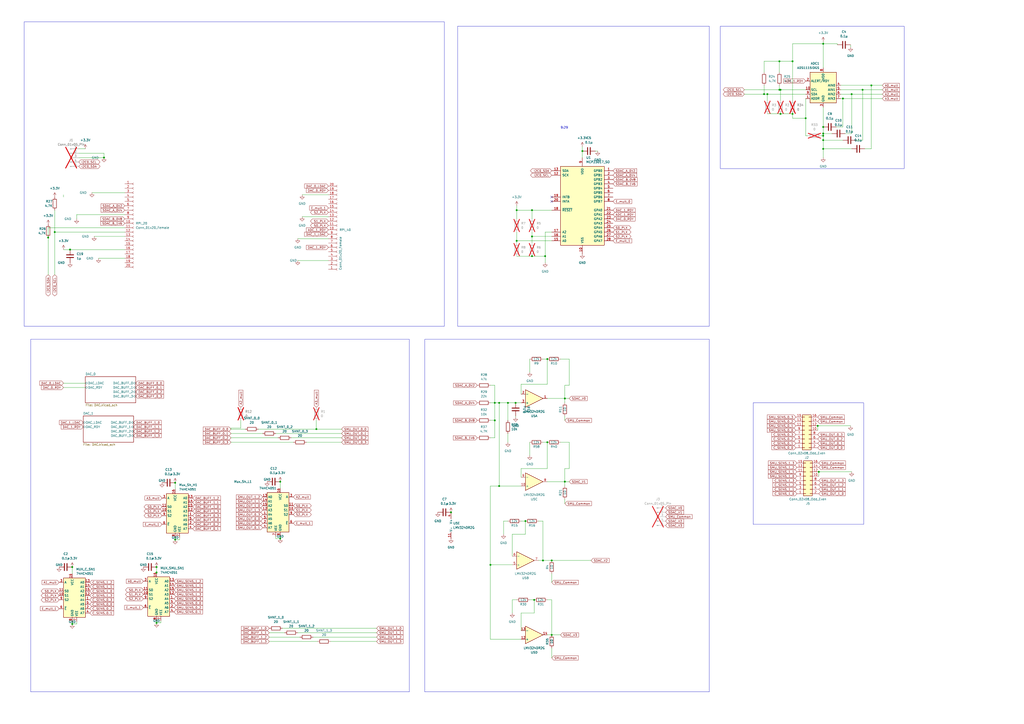
<source format=kicad_sch>
(kicad_sch (version 20230121) (generator eeschema)
  (paper "A2")
  (title_block (title "Octoboard") (date "2024-12-13") (rev "9.2") (comment 1 "Author: Clemens Baretzky"))
  (junction (at 443.23 54.61))
  (junction (at 40.64 144.78))
  (junction (at 474.98 273.685))
  (junction (at 27.94 137.795))
  (junction (at 299.085 233.68))
  (junction (at 320.04 368.3))
  (junction (at 41.91 361.95))
  (junction (at 294.64 233.68))
  (junction (at 308.61 121.92))
  (junction (at 337.82 87.63))
  (junction (at 316.23 148.59))
  (junction (at 452.12 35.56))
  (junction (at 494.03 54.61))
  (junction (at 477.52 25.4))
  (junction (at 477.52 77.47))
  (junction (at 304.8 302.26))
  (junction (at 452.755 66.04))
  (junction (at 477.52 86.36))
  (junction (at 289.56 281.94))
  (junction (at 459.74 35.56))
  (junction (at 101.6 280.035))
  (junction (at 452.12 52.07))
  (junction (at 31.75 134.62))
  (junction (at 445.135 54.61))
  (junction (at 320.04 325.12))
  (junction (at 459.74 66.04))
  (junction (at 317.5 256.54))
  (junction (at 287.02 233.68))
  (junction (at 500.38 52.07))
  (junction (at 314.96 325.12))
  (junction (at 308.61 137.16))
  (junction (at 488.95 57.15))
  (junction (at 101.6 313.055))
  (junction (at 90.805 328.93))
  (junction (at 41.91 328.93))
  (junction (at 309.88 347.98))
  (junction (at 467.36 68.58))
  (junction (at 289.56 233.68))
  (junction (at 308.61 148.59))
  (junction (at 299.72 121.92))
  (junction (at 90.805 361.315))
  (junction (at 284.48 327.66))
  (junction (at 327.66 231.14))
  (junction (at 261.62 297.18))
  (junction (at 477.52 81.28))
  (junction (at 477.52 73.66))
  (junction (at 327.66 279.4))
  (junction (at 505.46 49.53))
  (junction (at 474.345 247.015))
  (junction (at 477.52 78.74))
  (junction (at 60.325 91.44))
  (junction (at 299.72 139.7))
  (junction (at 90.805 332.105))
  (junction (at 162.56 279.4))
  (junction (at 287.02 243.84))
  (junction (at 452.755 52.07))
  (junction (at 183.515 248.92))
  (junction (at 162.56 312.42))
  (junction (at 317.5 208.28))
  (no_connect (at 320.04 116.84))
  (no_connect (at 320.04 114.3))
  (wire (pts (xy 477.52 81.28) (xy 477.52 86.36)))
  (wire (pts (xy 177.8 256.54) (xy 198.12 256.54)))
  (wire (pts (xy 90.805 332.105) (xy 90.805 332.74)))
  (wire (pts (xy 443.23 54.61) (xy 445.135 54.61)))
  (wire (pts (xy 40.64 144.78) (xy 72.39 144.78)))
  (wire (pts (xy 294.64 233.68) (xy 294.64 243.84)))
  (wire (pts (xy 320.04 368.3) (xy 317.5 368.3)))
  (wire (pts (xy 327.66 279.4) (xy 317.5 279.4)))
  (wire (pts (xy 284.48 223.52) (xy 287.02 223.52)))
  (wire (pts (xy 304.8 302.26) (xy 304.8 309.88)))
  (wire (pts (xy 500.38 52.07) (xy 500.38 81.28)))
  (wire (pts (xy 477.52 86.36) (xy 494.03 86.36)))
  (wire (pts (xy 284.48 370.84) (xy 302.26 370.84)))
  (wire (pts (xy 487.68 49.53) (xy 505.46 49.53)))
  (wire (pts (xy 181.61 369.57) (xy 218.44 369.57)))
  (wire (pts (xy 345.44 87.63) (xy 346.71 87.63)))
  (wire (pts (xy 308.61 121.92) (xy 308.61 127)))
  (wire (pts (xy 101.6 280.035) (xy 101.6 283.845)))
  (wire (pts (xy 317.5 347.98) (xy 320.04 347.98)))
  (wire (pts (xy 149.86 248.92) (xy 183.515 248.92)))
  (wire (pts (xy 511.81 49.53) (xy 505.46 49.53)))
  (wire (pts (xy 452.755 52.07) (xy 467.36 52.07)))
  (wire (pts (xy 93.345 361.315) (xy 93.345 360.045)))
  (wire (pts (xy 500.38 81.28) (xy 496.57 81.28)))
  (wire (pts (xy 191.77 372.11) (xy 218.44 372.11)))
  (wire (pts (xy 477.52 81.28) (xy 488.95 81.28)))
  (wire (pts (xy 459.74 35.56) (xy 459.74 58.42)))
  (wire (pts (xy 36.83 144.78) (xy 40.64 144.78)))
  (wire (pts (xy 299.72 139.7) (xy 320.04 139.7)))
  (wire (pts (xy 320.04 337.82) (xy 320.04 332.74)))
  (wire (pts (xy 443.23 49.53) (xy 443.23 54.61)))
  (wire (pts (xy 31.75 134.62) (xy 31.75 159.385)))
  (wire (pts (xy 452.755 66.04) (xy 459.74 66.04)))
  (wire (pts (xy 299.72 148.59) (xy 308.61 148.59)))
  (wire (pts (xy 168.91 254) (xy 198.12 254)))
  (wire (pts (xy 316.23 134.62) (xy 320.04 134.62)))
  (wire (pts (xy 163.83 364.49) (xy 218.44 364.49)))
  (wire (pts (xy 452.12 35.56) (xy 459.74 35.56)))
  (wire (pts (xy 41.91 361.95) (xy 44.45 361.95)))
  (wire (pts (xy 307.34 256.54) (xy 307.34 264.16)))
  (wire (pts (xy 101.6 311.785) (xy 101.6 313.055)))
  (wire (pts (xy 27.94 132.08) (xy 27.94 137.795)))
  (wire (pts (xy 172.72 151.13) (xy 190.5 151.13)))
  (wire (pts (xy 474.345 247.015) (xy 474.345 249.555)))
  (wire (pts (xy 302.26 228.6) (xy 302.26 222.885)))
  (wire (pts (xy 330.2 223.52) (xy 327.66 223.52)))
  (wire (pts (xy 284.48 327.66) (xy 297.18 327.66)))
  (wire (pts (xy 45.72 86.36) (xy 49.53 86.36)))
  (wire (pts (xy 49.53 222.25) (xy 36.83 222.25)))
  (wire (pts (xy 467.36 78.74) (xy 468.63 78.74)))
  (wire (pts (xy 477.52 25.4) (xy 477.52 39.37)))
  (wire (pts (xy 488.95 57.15) (xy 487.68 57.15)))
  (wire (pts (xy 101.6 313.055) (xy 104.14 313.055)))
  (wire (pts (xy 41.91 360.68) (xy 41.91 361.95)))
  (wire (pts (xy 104.14 313.055) (xy 104.14 311.785)))
  (wire (pts (xy 474.98 273.685) (xy 494.03 273.685)))
  (wire (pts (xy 289.56 281.94) (xy 302.26 281.94)))
  (wire (pts (xy 327.66 292.1) (xy 327.66 289.56)))
  (wire (pts (xy 44.45 361.95) (xy 44.45 360.68)))
  (wire (pts (xy 325.12 368.3) (xy 320.04 368.3)))
  (wire (pts (xy 183.515 248.92) (xy 198.12 248.92)))
  (wire (pts (xy 316.23 134.62) (xy 316.23 148.59)))
  (wire (pts (xy 139.7 248.285) (xy 139.7 243.84)))
  (wire (pts (xy 330.2 256.54) (xy 330.2 271.78)))
  (wire (pts (xy 284.48 281.94) (xy 289.56 281.94)))
  (wire (pts (xy 299.72 121.92) (xy 299.72 127)))
  (wire (pts (xy 314.96 302.26) (xy 314.96 325.12)))
  (wire (pts (xy 312.42 302.26) (xy 314.96 302.26)))
  (wire (pts (xy 445.135 66.04) (xy 452.755 66.04)))
  (wire (pts (xy 477.52 77.47) (xy 477.52 78.74)))
  (wire (pts (xy 53.34 111.76) (xy 72.39 111.76)))
  (wire (pts (xy 327.66 223.52) (xy 327.66 231.14)))
  (wire (pts (xy 477.52 77.47) (xy 482.6 77.47)))
  (wire (pts (xy 431.8 54.61) (xy 443.23 54.61)))
  (wire (pts (xy 452.12 49.53) (xy 452.12 52.07)))
  (wire (pts (xy 302.26 222.885) (xy 317.5 222.885)))
  (wire (pts (xy 299.72 347.98) (xy 297.18 347.98)))
  (wire (pts (xy 299.085 241.3) (xy 299.085 241.935)))
  (wire (pts (xy 477.52 25.4) (xy 485.775 25.4)))
  (wire (pts (xy 307.34 347.98) (xy 309.88 347.98)))
  (wire (pts (xy 160.02 311.15) (xy 160.02 312.42)))
  (wire (pts (xy 90.805 361.315) (xy 93.345 361.315)))
  (wire (pts (xy 162.56 311.15) (xy 162.56 312.42)))
  (wire (pts (xy 90.805 328.93) (xy 90.805 332.105)))
  (wire (pts (xy 299.085 233.68) (xy 302.26 233.68)))
  (wire (pts (xy 314.96 208.28) (xy 317.5 208.28)))
  (wire (pts (xy 309.88 347.98) (xy 309.88 355.6)))
  (wire (pts (xy 284.48 254) (xy 287.02 254)))
  (wire (pts (xy 31.75 121.92) (xy 31.75 134.62)))
  (wire (pts (xy 314.96 325.12) (xy 320.04 325.12)))
  (wire (pts (xy 284.48 243.84) (xy 287.02 243.84)))
  (wire (pts (xy 452.12 52.07) (xy 452.755 52.07)))
  (wire (pts (xy 487.68 52.07) (xy 500.38 52.07)))
  (wire (pts (xy 327.66 231.14) (xy 317.5 231.14)))
  (wire (pts (xy 317.5 271.78) (xy 302.26 271.78)))
  (wire (pts (xy 299.72 119.38) (xy 299.72 121.92)))
  (wire (pts (xy 156.21 369.57) (xy 173.99 369.57)))
  (wire (pts (xy 175.26 113.03) (xy 190.5 113.03)))
  (wire (pts (xy 320.04 375.92) (xy 320.04 381.635)))
  (wire (pts (xy 287.02 243.84) (xy 287.02 254)))
  (wire (pts (xy 431.8 52.07) (xy 452.12 52.07)))
  (wire (pts (xy 477.52 25.4) (xy 477.52 24.13)))
  (wire (pts (xy 505.46 49.53) (xy 505.46 86.36)))
  (wire (pts (xy 330.2 271.78) (xy 327.66 271.78)))
  (wire (pts (xy 459.74 25.4) (xy 459.74 35.56)))
  (wire (pts (xy 312.42 325.12) (xy 314.96 325.12)))
  (wire (pts (xy 287.02 223.52) (xy 287.02 233.68)))
  (wire (pts (xy 467.36 78.74) (xy 467.36 68.58)))
  (wire (pts (xy 36.83 113.03) (xy 36.83 114.3)))
  (wire (pts (xy 133.985 248.285) (xy 139.7 248.285)))
  (wire (pts (xy 284.48 327.66) (xy 284.48 370.84)))
  (wire (pts (xy 443.23 41.91) (xy 443.23 35.56)))
  (wire (pts (xy 488.95 57.15) (xy 488.95 73.66)))
  (wire (pts (xy 337.82 85.09) (xy 337.82 87.63)))
  (wire (pts (xy 172.72 138.43) (xy 190.5 138.43)))
  (wire (pts (xy 299.72 121.92) (xy 308.61 121.92)))
  (wire (pts (xy 294.64 233.68) (xy 299.085 233.68)))
  (wire (pts (xy 41.91 328.93) (xy 41.91 332.74)))
  (wire (pts (xy 477.52 62.23) (xy 477.52 73.66)))
  (wire (pts (xy 337.82 87.63) (xy 337.82 91.44)))
  (wire (pts (xy 72.39 132.08) (xy 27.94 132.08)))
  (wire (pts (xy 27.94 137.795) (xy 27.94 159.385)))
  (wire (pts (xy 477.52 86.36) (xy 477.52 91.44)))
  (wire (pts (xy 31.75 134.62) (xy 72.39 134.62)))
  (wire (pts (xy 317.5 208.28) (xy 317.5 222.885)))
  (wire (pts (xy 511.81 52.07) (xy 500.38 52.07)))
  (wire (pts (xy 511.81 57.15) (xy 488.95 57.15)))
  (wire (pts (xy 302.26 355.6) (xy 309.88 355.6)))
  (wire (pts (xy 307.34 208.28) (xy 307.34 215.9)))
  (wire (pts (xy 289.56 233.68) (xy 289.56 281.94)))
  (wire (pts (xy 330.2 231.14) (xy 327.66 231.14)))
  (wire (pts (xy 287.02 233.68) (xy 287.02 243.84)))
  (wire (pts (xy 54.61 137.16) (xy 72.39 137.16)))
  (wire (pts (xy 325.12 208.28) (xy 330.2 208.28)))
  (wire (pts (xy 327.66 271.78) (xy 327.66 279.4)))
  (wire (pts (xy 175.26 125.73) (xy 190.5 125.73)))
  (wire (pts (xy 476.25 78.74) (xy 477.52 78.74)))
  (wire (pts (xy 308.61 121.92) (xy 320.04 121.92)))
  (wire (pts (xy 452.12 41.91) (xy 452.12 35.56)))
  (wire (pts (xy 302.26 302.26) (xy 304.8 302.26)))
  (wire (pts (xy 308.61 148.59) (xy 316.23 148.59)))
  (wire (pts (xy 474.345 247.015) (xy 493.395 247.015)))
  (wire (pts (xy 320.04 137.16) (xy 308.61 137.16)))
  (wire (pts (xy 57.15 149.86) (xy 72.39 149.86)))
  (wire (pts (xy 445.135 54.61) (xy 445.135 58.42)))
  (wire (pts (xy 302.26 355.6) (xy 302.26 365.76)))
  (wire (pts (xy 487.68 54.61) (xy 494.03 54.61)))
  (wire (pts (xy 60.325 88.9) (xy 60.325 91.44)))
  (wire (pts (xy 297.18 347.98) (xy 297.18 355.6)))
  (wire (pts (xy 294.64 302.26) (xy 292.1 302.26)))
  (wire (pts (xy 90.805 360.045) (xy 90.805 361.315)))
  (wire (pts (xy 156.21 367.03) (xy 165.1 367.03)))
  (wire (pts (xy 45.72 91.44) (xy 60.325 91.44)))
  (wire (pts (xy 316.23 148.59) (xy 316.23 152.4)))
  (wire (pts (xy 494.03 54.61) (xy 494.03 77.47)))
  (wire (pts (xy 477.52 73.66) (xy 477.52 77.47)))
  (wire (pts (xy 443.23 35.56) (xy 452.12 35.56)))
  (wire (pts (xy 302.26 271.78) (xy 302.26 276.86)))
  (wire (pts (xy 511.81 54.61) (xy 494.03 54.61)))
  (wire (pts (xy 297.18 309.88) (xy 304.8 309.88)))
  (wire (pts (xy 45.72 88.9) (xy 60.325 88.9)))
  (wire (pts (xy 44.45 124.46) (xy 72.39 124.46)))
  (wire (pts (xy 308.61 134.62) (xy 308.61 137.16)))
  (wire (pts (xy 162.56 279.4) (xy 162.56 283.21)))
  (wire (pts (xy 292.1 302.26) (xy 292.1 309.88)))
  (wire (pts (xy 477.52 78.74) (xy 477.52 81.28)))
  (wire (pts (xy 330.2 208.28) (xy 330.2 223.52)))
  (wire (pts (xy 299.72 139.7) (xy 299.72 140.97)))
  (wire (pts (xy 133.985 256.54) (xy 170.18 256.54)))
  (wire (pts (xy 320.04 325.12) (xy 342.9 325.12)))
  (wire (pts (xy 160.02 251.46) (xy 198.12 251.46)))
  (wire (pts (xy 320.04 347.98) (xy 320.04 368.3)))
  (wire (pts (xy 485.775 25.4) (xy 485.775 26.035)))
  (wire (pts (xy 133.985 248.285) (xy 133.985 248.92)))
  (wire (pts (xy 327.66 243.84) (xy 327.66 241.3)))
  (wire (pts (xy 485.14 73.66) (xy 488.95 73.66)))
  (wire (pts (xy 284.48 233.68) (xy 287.02 233.68)))
  (wire (pts (xy 459.74 68.58) (xy 467.36 68.58)))
  (wire (pts (xy 477.52 25.4) (xy 459.74 25.4)))
  (wire (pts (xy 467.36 57.15) (xy 467.36 68.58)))
  (wire (pts (xy 459.74 68.58) (xy 459.74 66.04)))
  (wire (pts (xy 327.66 279.4) (xy 327.66 281.94)))
  (wire (pts (xy 133.985 248.92) (xy 142.24 248.92)))
  (wire (pts (xy 160.02 312.42) (xy 162.56 312.42)))
  (wire (pts (xy 172.72 367.03) (xy 218.44 367.03)))
  (wire (pts (xy 505.46 86.36) (xy 501.65 86.36)))
  (wire (pts (xy 452.755 52.07) (xy 452.755 58.42)))
  (wire (pts (xy 445.135 54.61) (xy 467.36 54.61)))
  (wire (pts (xy 133.985 251.46) (xy 152.4 251.46)))
  (wire (pts (xy 314.96 256.54) (xy 317.5 256.54)))
  (wire (pts (xy 493.395 27.305) (xy 493.395 26.035)))
  (wire (pts (xy 297.18 309.88) (xy 297.18 322.58)))
  (wire (pts (xy 294.64 251.46) (xy 294.64 256.54)))
  (wire (pts (xy 299.72 134.62) (xy 299.72 139.7)))
  (wire (pts (xy 289.56 233.68) (xy 294.64 233.68)))
  (wire (pts (xy 308.61 137.16) (xy 308.61 140.97)))
  (wire (pts (xy 36.83 224.79) (xy 49.53 224.79)))
  (wire (pts (xy 287.02 233.68) (xy 289.56 233.68)))
  (wire (pts (xy 327.66 231.14) (xy 327.66 233.68)))
  (wire (pts (xy 133.985 254) (xy 161.29 254)))
  (wire (pts (xy 44.45 127) (xy 44.45 124.46)))
  (wire (pts (xy 156.21 372.11) (xy 184.15 372.11)))
  (wire (pts (xy 317.5 256.54) (xy 317.5 271.78)))
  (wire (pts (xy 325.12 256.54) (xy 330.2 256.54)))
  (wire (pts (xy 494.03 77.47) (xy 490.22 77.47)))
  (wire (pts (xy 330.2 279.4) (xy 327.66 279.4)))
  (wire (pts (xy 474.98 273.685) (xy 474.98 276.225)))
  (wire (pts (xy 183.515 243.84) (xy 183.515 248.92)))
  (wire (pts (xy 284.48 281.94) (xy 284.48 327.66)))
  (rectangle (start 436.88 233.68) (end 501.015 304.165))
  (rectangle (start 13.97 12.7) (end 257.81 189.23))
  (rectangle (start 265.43 15.24) (end 411.48 189.23))
  (rectangle (start 246.38 196.85) (end 411.48 401.32))
  (rectangle (start 417.83 15.24) (end 524.51 97.79))
  (rectangle (start 17.78 196.85) (end 237.49 401.32))
  (text "9:29\n" (at 325.12 74.93 0) (effects (font (size 1.27 1.27)) (justify left bottom)))
  (global_label "E_mult_1" (shape input) (at 93.98 304.165 180) (property "Intersheetrefs" "${INTERSHEET_REFS}" (effects hide)))
  (global_label "SMU_SENS_1_1" (shape input) (at 462.28 273.685 180) (property "Intersheetrefs" "${INTERSHEET_REFS}" (effects hide)))
  (global_label "DAC_BUFF_1_3" (shape input) (at 156.21 372.11 180) (property "Intersheetrefs" "${INTERSHEET_REFS}" (effects hide)))
  (global_label "SDAC_V2" (shape input) (at 386.08 302.26 0) (property "Intersheetrefs" "${INTERSHEET_REFS}" (effects hide)))
  (global_label "DAC_BUFF_0_1" (shape input) (at 133.985 251.46 180) (property "Intersheetrefs" "${INTERSHEET_REFS}" (effects hide)))
  (global_label "A3_mult" (shape input) (at 93.98 288.925 180) (property "Intersheetrefs" "${INTERSHEET_REFS}" (effects hide)))
  (global_label "SDAC_B_1V6" (shape input) (at 72.39 129.54 180) (property "Intersheetrefs" "${INTERSHEET_REFS}" (effects hide)))
  (global_label "SDAC_A_0V2" (shape input) (at 355.6 99.06 0) (property "Intersheetrefs" "${INTERSHEET_REFS}" (effects hide)))
  (global_label "SMU_Common" (shape input) (at 320.04 381.635 0) (property "Intersheetrefs" "${INTERSHEET_REFS}" (effects hide)))
  (global_label "C_SENS_0_0" (shape input) (at 52.07 350.52 0) (property "Intersheetrefs" "${INTERSHEET_REFS}" (effects hide)))
  (global_label "DAC_BUFF_1_0" (shape input) (at 111.76 294.005 0) (property "Intersheetrefs" "${INTERSHEET_REFS}" (effects hide)))
  (global_label "C_SENS_1_0" (shape input) (at 462.28 286.385 180) (property "Intersheetrefs" "${INTERSHEET_REFS}" (effects hide)))
  (global_label "E_mult_1" (shape input) (at 190.5 120.65 180) (property "Intersheetrefs" "${INTERSHEET_REFS}" (effects hide)))
  (global_label "DAC_0_RDY" (shape input) (at 190.5 110.49 180) (property "Intersheetrefs" "${INTERSHEET_REFS}" (effects hide)))
  (global_label "S0_PLX" (shape bidirectional) (at 34.29 342.9 180) (property "Intersheetrefs" "${INTERSHEET_REFS}" (effects hide)))
  (global_label "SDAC_B_0V8" (shape input) (at 276.86 243.84 180) (property "Intersheetrefs" "${INTERSHEET_REFS}" (effects hide)))
  (global_label "C_SENS_1_3" (shape input) (at 462.28 278.765 180) (property "Intersheetrefs" "${INTERSHEET_REFS}" (effects hide)))
  (global_label "SMU_Common" (shape input) (at 320.04 337.82 0) (property "Intersheetrefs" "${INTERSHEET_REFS}" (effects hide)))
  (global_label "ADC_1_RDY" (shape input) (at 190.5 133.35 180) (property "Intersheetrefs" "${INTERSHEET_REFS}" (effects hide)))
  (global_label "E_mult_1" (shape input) (at 34.29 353.06 180) (property "Intersheetrefs" "${INTERSHEET_REFS}" (effects hide)))
  (global_label "SDAC_V3" (shape input) (at 325.12 368.3 0) (property "Intersheetrefs" "${INTERSHEET_REFS}" (effects hide)))
  (global_label "SDAC_A_0V4" (shape input) (at 72.39 121.92 180) (property "Intersheetrefs" "${INTERSHEET_REFS}" (effects hide)))
  (global_label "DAC_BUFF_1_2" (shape input) (at 77.47 250.19 0) (property "Intersheetrefs" "${INTERSHEET_REFS}" (effects hide)))
  (global_label "S0_PLX" (shape bidirectional) (at 190.5 130.81 180) (property "Intersheetrefs" "${INTERSHEET_REFS}" (effects hide)))
  (global_label "C_SENS_1_1" (shape input) (at 52.07 340.36 0) (property "Intersheetrefs" "${INTERSHEET_REFS}" (effects hide)))
  (global_label "DAC_BUFF_1_0" (shape input) (at 77.47 245.11 0) (property "Intersheetrefs" "${INTERSHEET_REFS}" (effects hide)))
  (global_label "SMU_Common" (shape input) (at 474.345 244.475 0) (property "Intersheetrefs" "${INTERSHEET_REFS}" (effects hide)))
  (global_label "S2_PLX" (shape bidirectional) (at 355.6 137.16 0) (property "Intersheetrefs" "${INTERSHEET_REFS}" (effects hide)))
  (global_label "I2C0_SDA" (shape bidirectional) (at 320.04 99.06 180) (property "Intersheetrefs" "${INTERSHEET_REFS}" (effects hide)))
  (global_label "SMU_SENS_1_0" (shape input) (at 100.965 342.265 0) (property "Intersheetrefs" "${INTERSHEET_REFS}" (effects hide)))
  (global_label "C_SENS_1_2" (shape input) (at 462.28 281.305 180) (property "Intersheetrefs" "${INTERSHEET_REFS}" (effects hide)))
  (global_label "SDAC_V0" (shape input) (at 386.08 294.64 0) (property "Intersheetrefs" "${INTERSHEET_REFS}" (effects hide)))
  (global_label "SMU_OUT_0_1" (shape input) (at 474.345 257.175 0) (property "Intersheetrefs" "${INTERSHEET_REFS}" (effects hide)))
  (global_label "A2_mult" (shape input) (at 139.7 236.22 90) (property "Intersheetrefs" "${INTERSHEET_REFS}" (effects hide)))
  (global_label "SMU_SENS_1_0" (shape input) (at 462.28 276.225 180) (property "Intersheetrefs" "${INTERSHEET_REFS}" (effects hide)))
  (global_label "S2_PLX" (shape bidirectional) (at 170.18 298.45 0) (property "Intersheetrefs" "${INTERSHEET_REFS}" (effects hide)))
  (global_label "SMU_OUT_1_1" (shape input) (at 152.4 290.83 180) (property "Intersheetrefs" "${INTERSHEET_REFS}" (effects hide)))
  (global_label "SMU_OUT_0_1" (shape input) (at 152.4 306.07 180) (property "Intersheetrefs" "${INTERSHEET_REFS}" (effects hide)))
  (global_label "DAC_BUFF_0_1" (shape input) (at 111.76 306.705 0) (property "Intersheetrefs" "${INTERSHEET_REFS}" (effects hide)))
  (global_label "DAC_BUFF_1_2" (shape input) (at 111.76 288.925 0) (property "Intersheetrefs" "${INTERSHEET_REFS}" (effects hide)))
  (global_label "SDAC_V1" (shape input) (at 330.2 279.4 0) (property "Intersheetrefs" "${INTERSHEET_REFS}" (effects hide)))
  (global_label "SMU_Common" (shape input) (at 386.08 299.72 0) (property "Intersheetrefs" "${INTERSHEET_REFS}" (effects hide)))
  (global_label "SDAC_V3" (shape input) (at 386.08 304.8 0) (property "Intersheetrefs" "${INTERSHEET_REFS}" (effects hide)))
  (global_label "SDAC_V2" (shape input) (at 342.9 325.12 0) (property "Intersheetrefs" "${INTERSHEET_REFS}" (effects hide)))
  (global_label "SMU_SENS_1_3" (shape input) (at 462.28 268.605 180) (property "Intersheetrefs" "${INTERSHEET_REFS}" (effects hide)))
  (global_label "S2_PLX" (shape bidirectional) (at 34.29 347.98 180) (property "Intersheetrefs" "${INTERSHEET_REFS}" (effects hide)))
  (global_label "DAC_BUFF_0_0" (shape input) (at 111.76 301.625 0) (property "Intersheetrefs" "${INTERSHEET_REFS}" (effects hide)))
  (global_label "SMU_Common" (shape input) (at 474.98 268.605 0) (property "Intersheetrefs" "${INTERSHEET_REFS}" (effects hide)))
  (global_label "DAC_BUFF_0_0" (shape input) (at 78.74 222.25 0) (property "Intersheetrefs" "${INTERSHEET_REFS}" (effects hide)))
  (global_label "A2_mult" (shape input) (at 170.18 288.29 0) (property "Intersheetrefs" "${INTERSHEET_REFS}" (effects hide)))
  (global_label "SMU_OUT_0_1" (shape input) (at 198.12 251.46 0) (property "Intersheetrefs" "${INTERSHEET_REFS}" (effects hide)))
  (global_label "SDAC_A_0V2" (shape input) (at 276.86 223.52 180) (property "Intersheetrefs" "${INTERSHEET_REFS}" (effects hide)))
  (global_label "SMU_OUT_1_2" (shape input) (at 152.4 288.29 180) (property "Intersheetrefs" "${INTERSHEET_REFS}" (effects hide)))
  (global_label "S0_PLX" (shape bidirectional) (at 93.98 294.005 180) (property "Intersheetrefs" "${INTERSHEET_REFS}" (effects hide)))
  (global_label "DAC_1_RDY" (shape input) (at 48.26 247.65 180) (property "Intersheetrefs" "${INTERSHEET_REFS}" (effects hide)))
  (global_label "DAC_BUFF_0_2" (shape input) (at 133.985 254 180) (property "Intersheetrefs" "${INTERSHEET_REFS}" (effects hide)))
  (global_label "SMU_OUT_1_3" (shape input) (at 474.98 278.765 0) (property "Intersheetrefs" "${INTERSHEET_REFS}" (effects hide)))
  (global_label "A1_mult" (shape input) (at 34.29 337.82 180) (property "Intersheetrefs" "${INTERSHEET_REFS}" (effects hide)))
  (global_label "DAC_BUFF_0_2" (shape input) (at 78.74 227.33 0) (property "Intersheetrefs" "${INTERSHEET_REFS}" (effects hide)))
  (global_label "S2_PLX" (shape bidirectional) (at 190.5 123.19 180) (property "Intersheetrefs" "${INTERSHEET_REFS}" (effects hide)))
  (global_label "SDAC_B_0V8" (shape input) (at 355.6 104.14 0) (property "Intersheetrefs" "${INTERSHEET_REFS}" (effects hide)))
  (global_label "I2C0_SCL" (shape bidirectional) (at 320.04 101.6 180) (property "Intersheetrefs" "${INTERSHEET_REFS}" (effects hide)))
  (global_label "DAC_1_LDAC" (shape input) (at 190.5 135.89 180) (property "Intersheetrefs" "${INTERSHEET_REFS}" (effects hide)))
  (global_label "DAC_BUFF_0_2" (shape input) (at 111.76 304.165 0) (property "Intersheetrefs" "${INTERSHEET_REFS}" (effects hide)))
  (global_label "SMU_SENS_0_2" (shape input) (at 461.645 244.475 180) (property "Intersheetrefs" "${INTERSHEET_REFS}" (effects hide)))
  (global_label "I2C0_SCL" (shape bidirectional) (at 31.75 159.385 270) (property "Intersheetrefs" "${INTERSHEET_REFS}" (effects hide)))
  (global_label "C_SENS_0_3" (shape input) (at 461.645 252.095 180) (property "Intersheetrefs" "${INTERSHEET_REFS}" (effects hide)))
  (global_label "SDAC_B_1V6" (shape input) (at 276.86 254 180) (property "Intersheetrefs" "${INTERSHEET_REFS}" (effects hide)))
  (global_label "C_SENS_0_2" (shape input) (at 461.645 254.635 180) (property "Intersheetrefs" "${INTERSHEET_REFS}" (effects hide)))
  (global_label "C_SENS_1_1" (shape input) (at 462.28 283.845 180) (property "Intersheetrefs" "${INTERSHEET_REFS}" (effects hide)))
  (global_label "S0_PLX" (shape bidirectional) (at 355.6 132.08 0) (property "Intersheetrefs" "${INTERSHEET_REFS}" (effects hide)))
  (global_label "DAC_BUFF_1_0" (shape input) (at 156.21 364.49 180) (property "Intersheetrefs" "${INTERSHEET_REFS}" (effects hide)))
  (global_label "DAC_BUFF_0_3" (shape input) (at 78.74 229.87 0) (property "Intersheetrefs" "${INTERSHEET_REFS}" (effects hide)))
  (global_label "SMU_SENS_0_1" (shape input) (at 461.645 247.015 180) (property "Intersheetrefs" "${INTERSHEET_REFS}" (effects hide)))
  (global_label "I2C0_SDA" (shape bidirectional) (at 45.72 96.52 0) (property "Intersheetrefs" "${INTERSHEET_REFS}" (effects hide)))
  (global_label "SMU_SENS_1_1" (shape input) (at 100.965 339.725 0) (property "Intersheetrefs" "${INTERSHEET_REFS}" (effects hide)))
  (global_label "SMU_OUT_1_0" (shape input) (at 474.98 286.385 0) (property "Intersheetrefs" "${INTERSHEET_REFS}" (effects hide)))
  (global_label "SMU_OUT_1_2" (shape input) (at 218.44 369.57 0) (property "Intersheetrefs" "${INTERSHEET_REFS}" (effects hide)))
  (global_label "SMU_Common" (shape input) (at 327.66 243.84 0) (property "Intersheetrefs" "${INTERSHEET_REFS}" (effects hide)))
  (global_label "A0_mult" (shape input) (at 511.81 49.53 0) (property "Intersheetrefs" "${INTERSHEET_REFS}" (effects hide)))
  (global_label "DAC_0_RDY" (shape input) (at 36.83 224.79 180) (property "Intersheetrefs" "${INTERSHEET_REFS}" (effects hide)))
  (global_label "SDAC_A_0V2" (shape input) (at 72.39 119.38 180) (property "Intersheetrefs" "${INTERSHEET_REFS}" (effects hide)))
  (global_label "SMU_OUT_0_2" (shape input) (at 474.345 254.635 0) (property "Intersheetrefs" "${INTERSHEET_REFS}" (effects hide)))
  (global_label "DAC_1_RDY" (shape input) (at 190.5 143.51 180) (property "Intersheetrefs" "${INTERSHEET_REFS}" (effects hide)))
  (global_label "C_SENS_0_0" (shape input) (at 461.645 259.715 180) (property "Intersheetrefs" "${INTERSHEET_REFS}" (effects hide)))
  (global_label "SMU_Common" (shape input) (at 327.66 292.1 0) (property "Intersheetrefs" "${INTERSHEET_REFS}" (effects hide)))
  (global_label "DAC_1_LDAC" (shape input) (at 48.26 245.11 180) (property "Intersheetrefs" "${INTERSHEET_REFS}" (effects hide)))
  (global_label "DAC_BUFF_1_3" (shape input) (at 111.76 296.545 0) (property "Intersheetrefs" "${INTERSHEET_REFS}" (effects hide)))
  (global_label "SMU_OUT_0_3" (shape input) (at 474.345 252.095 0) (property "Intersheetrefs" "${INTERSHEET_REFS}" (effects hide)))
  (global_label "S1_PLX" (shape bidirectional) (at 170.18 295.91 0) (property "Intersheetrefs" "${INTERSHEET_REFS}" (effects hide)))
  (global_label "SMU_SENS_1_2" (shape input) (at 462.28 271.145 180) (property "Intersheetrefs" "${INTERSHEET_REFS}" (effects hide)))
  (global_label "SMU_OUT_0_0" (shape input) (at 474.345 259.715 0) (property "Intersheetrefs" "${INTERSHEET_REFS}" (effects hide)))
  (global_label "S1_PLX" (shape bidirectional) (at 190.5 128.27 180) (property "Intersheetrefs" "${INTERSHEET_REFS}" (effects hide)))
  (global_label "S1_PLX" (shape bidirectional) (at 355.6 134.62 0) (property "Intersheetrefs" "${INTERSHEET_REFS}" (effects hide)))
  (global_label "SMU_SENS_0_0" (shape input) (at 100.965 349.885 0) (property "Intersheetrefs" "${INTERSHEET_REFS}" (effects hide)))
  (global_label "SMU_OUT_0_2" (shape input) (at 152.4 303.53 180) (property "Intersheetrefs" "${INTERSHEET_REFS}" (effects hide)))
  (global_label "DAC_BUFF_1_3" (shape input) (at 77.47 252.73 0) (property "Intersheetrefs" "${INTERSHEET_REFS}" (effects hide)))
  (global_label "DAC_BUFF_0_1" (shape input) (at 78.74 224.79 0) (property "Intersheetrefs" "${INTERSHEET_REFS}" (effects hide)))
  (global_label "SMU_SENS_0_3" (shape input) (at 461.645 241.935 180) (property "Intersheetrefs" "${INTERSHEET_REFS}" (effects hide)))
  (global_label "SDAC_B_1V6" (shape input) (at 355.6 106.68 0) (property "Intersheetrefs" "${INTERSHEET_REFS}" (effects hide)))
  (global_label "C_SENS_1_3" (shape input) (at 52.07 345.44 0) (property "Intersheetrefs" "${INTERSHEET_REFS}" (effects hide)))
  (global_label "SMU_SENS_1_2" (shape input) (at 100.965 337.185 0) (property "Intersheetrefs" "${INTERSHEET_REFS}" (effects hide)))
  (global_label "SMU_SENS_1_3" (shape input) (at 100.965 344.805 0) (property "Intersheetrefs" "${INTERSHEET_REFS}" (effects hide)))
  (global_label "SMU_OUT_1_1" (shape input) (at 474.98 283.845 0) (property "Intersheetrefs" "${INTERSHEET_REFS}" (effects hide)))
  (global_label "DAC_0_LDAC" (shape input) (at 36.83 222.25 180) (property "Intersheetrefs" "${INTERSHEET_REFS}" (effects hide)))
  (global_label "C_SENS_0_2" (shape input) (at 52.07 353.06 0) (property "Intersheetrefs" "${INTERSHEET_REFS}" (effects hide)))
  (global_label "DAC_BUFF_1_2" (shape input) (at 156.21 369.57 180) (property "Intersheetrefs" "${INTERSHEET_REFS}" (effects hide)))
  (global_label "I2C0_SCL" (shape bidirectional) (at 45.72 93.98 0) (property "Intersheetrefs" "${INTERSHEET_REFS}" (effects hide)))
  (global_label "S1_PLX" (shape bidirectional) (at 83.185 344.805 180) (property "Intersheetrefs" "${INTERSHEET_REFS}" (effects hide)))
  (global_label "SMU_Common" (shape input) (at 474.345 241.935 0) (property "Intersheetrefs" "${INTERSHEET_REFS}" (effects hide)))
  (global_label "SMU_OUT_1_2" (shape input) (at 474.98 281.305 0) (property "Intersheetrefs" "${INTERSHEET_REFS}" (effects hide)))
  (global_label "SMU_OUT_1_1" (shape input) (at 218.44 367.03 0) (property "Intersheetrefs" "${INTERSHEET_REFS}" (effects hide)))
  (global_label "SMU_OUT_0_3" (shape input) (at 198.12 256.54 0) (property "Intersheetrefs" "${INTERSHEET_REFS}" (effects hide)))
  (global_label "SMU_OUT_1_0" (shape input) (at 218.44 364.49 0) (property "Intersheetrefs" "${INTERSHEET_REFS}" (effects hide)))
  (global_label "SMU_OUT_0_0" (shape input) (at 198.12 248.92 0) (property "Intersheetrefs" "${INTERSHEET_REFS}" (effects hide)))
  (global_label "SMU_OUT_1_0" (shape input) (at 152.4 293.37 180) (property "Intersheetrefs" "${INTERSHEET_REFS}" (effects hide)))
  (global_label "C_SENS_1_0" (shape input) (at 52.07 342.9 0) (property "Intersheetrefs" "${INTERSHEET_REFS}" (effects hide)))
  (global_label "DAC_1_RDY" (shape input) (at 355.6 121.92 0) (property "Intersheetrefs" "${INTERSHEET_REFS}" (effects hide)))
  (global_label "DAC_BUFF_1_1" (shape input) (at 77.47 247.65 0) (property "Intersheetrefs" "${INTERSHEET_REFS}" (effects hide)))
  (global_label "E_mult_1" (shape input) (at 170.18 303.53 0) (property "Intersheetrefs" "${INTERSHEET_REFS}" (effects hide)))
  (global_label "C_SENS_0_3" (shape input) (at 52.07 347.98 0) (property "Intersheetrefs" "${INTERSHEET_REFS}" (effects hide)))
  (global_label "A3_mult" (shape input) (at 183.515 236.22 90) (property "Intersheetrefs" "${INTERSHEET_REFS}" (effects hide)))
  (global_label "SMU_SENS_0_1" (shape input) (at 100.965 354.965 0) (property "Intersheetrefs" "${INTERSHEET_REFS}" (effects hide)))
  (global_label "I2C0_SCL" (shape bidirectional) (at 431.8 52.07 180) (property "Intersheetrefs" "${INTERSHEET_REFS}" (effects hide)))
  (global_label "DAC_0_LDAC" (shape input) (at 190.5 107.95 180) (property "Intersheetrefs" "${INTERSHEET_REFS}" (effects hide)))
  (global_label "SMU_OUT_0_0" (shape input) (at 152.4 300.99 180) (property "Intersheetrefs" "${INTERSHEET_REFS}" (effects hide)))
  (global_label "I2C0_SDA" (shape bidirectional) (at 27.94 159.385 270) (property "Intersheetrefs" "${INTERSHEET_REFS}" (effects hide)))
  (global_label "E_mult_0" (shape input) (at 355.6 116.84 0) (property "Intersheetrefs" "${INTERSHEET_REFS}" (effects hide)))
  (global_label "DAC_0_RDY" (shape input) (at 355.6 127 0) (property "Intersheetrefs" "${INTERSHEET_REFS}" (effects hide)))
  (global_label "S0_PLX" (shape bidirectional) (at 170.18 293.37 0) (property "Intersheetrefs" "${INTERSHEET_REFS}" (effects hide)))
  (global_label "DAC_BUFF_1_1" (shape input) (at 111.76 291.465 0) (property "Intersheetrefs" "${INTERSHEET_REFS}" (effects hide)))
  (global_label "SMU_OUT_1_3" (shape input) (at 152.4 295.91 180) (property "Intersheetrefs" "${INTERSHEET_REFS}" (effects hide)))
  (global_label "C_SENS_0_1" (shape input) (at 52.07 355.6 0) (property "Intersheetrefs" "${INTERSHEET_REFS}" (effects hide)))
  (global_label "S2_PLX" (shape bidirectional) (at 83.185 347.345 180) (property "Intersheetrefs" "${INTERSHEET_REFS}" (effects hide)))
  (global_label "S1_PLX" (shape bidirectional) (at 93.98 296.545 180) (property "Intersheetrefs" "${INTERSHEET_REFS}" (effects hide)))
  (global_label "SMU_Common" (shape input) (at 474.98 271.145 0) (property "Intersheetrefs" "${INTERSHEET_REFS}" (effects hide)))
  (global_label "DAC_BUFF_0_3" (shape input) (at 133.985 256.54 180) (property "Intersheetrefs" "${INTERSHEET_REFS}" (effects hide)))
  (global_label "ADC_1_RDY" (shape input) (at 355.6 124.46 0) (property "Intersheetrefs" "${INTERSHEET_REFS}" (effects hide)))
  (global_label "ADC_1_RDY" (shape input) (at 467.36 46.99 180) (property "Intersheetrefs" "${INTERSHEET_REFS}" (effects hide)))
  (global_label "DAC_BUFF_0_0" (shape input) (at 133.985 248.92 180) (property "Intersheetrefs" "${INTERSHEET_REFS}" (effects hide)))
  (global_label "S1_PLX" (shape bidirectional) (at 34.29 345.44 180) (property "Intersheetrefs" "${INTERSHEET_REFS}" (effects hide)))
  (global_label "SDAC_B_0V8" (shape input) (at 72.39 127 180) (property "Intersheetrefs" "${INTERSHEET_REFS}" (effects hide)))
  (global_label "DAC_BUFF_1_1" (shape input) (at 156.21 367.03 180) (property "Intersheetrefs" "${INTERSHEET_REFS}" (effects hide)))
  (global_label "A2_mult" (shape input) (at 511.81 54.61 0) (property "Intersheetrefs" "${INTERSHEET_REFS}" (effects hide)))
  (global_label "C_SENS_1_2" (shape input) (at 52.07 337.82 0) (property "Intersheetrefs" "${INTERSHEET_REFS}" (effects hide)))
  (global_label "SMU_SENS_0_3" (shape input) (at 100.965 347.345 0) (property "Intersheetrefs" "${INTERSHEET_REFS}" (effects hide)))
  (global_label "I2C0_SDA" (shape bidirectional) (at 431.8 54.61 180) (property "Intersheetrefs" "${INTERSHEET_REFS}" (effects hide)))
  (global_label "SMU_SENS_0_0" (shape input) (at 461.645 249.555 180) (property "Intersheetrefs" "${INTERSHEET_REFS}" (effects hide)))
  (global_label "DAC_BUFF_0_3" (shape input) (at 111.76 299.085 0) (property "Intersheetrefs" "${INTERSHEET_REFS}" (effects hide)))
  (global_label "SDAC_V1" (shape input) (at 386.08 297.18 0) (property "Intersheetrefs" "${INTERSHEET_REFS}" (effects hide)))
  (global_label "A0_mult" (shape input) (at 83.185 337.185 180) (property "Intersheetrefs" "${INTERSHEET_REFS}" (effects hide)))
  (global_label "SMU_SENS_0_2" (shape input) (at 100.965 352.425 0) (property "Intersheetrefs" "${INTERSHEET_REFS}" (effects hide)))
  (global_label "SMU_OUT_0_2" (shape input) (at 198.12 254 0) (property "Intersheetrefs" "${INTERSHEET_REFS}" (effects hide)))
  (global_label "S2_PLX" (shape bidirectional) (at 93.98 299.085 180) (property "Intersheetrefs" "${INTERSHEET_REFS}" (effects hide)))
  (global_label "SMU_OUT_0_3" (shape input) (at 152.4 298.45 180) (property "Intersheetrefs" "${INTERSHEET_REFS}" (effects hide)))
  (global_label "SDAC_A_0V4" (shape input) (at 276.86 233.68 180) (property "Intersheetrefs" "${INTERSHEET_REFS}" (effects hide)))
  (global_label "A1_mult" (shape input) (at 511.81 52.07 0) (property "Intersheetrefs" "${INTERSHEET_REFS}" (effects hide)))
  (global_label "E_mult_1" (shape input) (at 355.6 139.7 0) (property "Intersheetrefs" "${INTERSHEET_REFS}" (effects hide)))
  (global_label "A3_mult" (shape input) (at 511.81 57.15 0) (property "Intersheetrefs" "${INTERSHEET_REFS}" (effects hide)))
  (global_label "SMU_OUT_1_3" (shape input) (at 218.44 372.11 0) (property "Intersheetrefs" "${INTERSHEET_REFS}" (effects hide)))
  (global_label "S0_PLX" (shape bidirectional) (at 83.185 342.265 180) (property "Intersheetrefs" "${INTERSHEET_REFS}" (effects hide)))
  (global_label "E_mult_1" (shape input) (at 83.185 352.425 180) (property "Intersheetrefs" "${INTERSHEET_REFS}" (effects hide)))
  (global_label "SDAC_A_0V4" (shape input) (at 355.6 101.6 0) (property "Intersheetrefs" "${INTERSHEET_REFS}" (effects hide)))
  (global_label "SDAC_V0" (shape input) (at 330.2 231.14 0) (property "Intersheetrefs" "${INTERSHEET_REFS}" (effects hide)))
  (global_label "C_SENS_0_1" (shape input) (at 461.645 257.175 180) (property "Intersheetrefs" "${INTERSHEET_REFS}" (effects hide)))
  (symbol (lib_id "power:GND") (at 292.1 309.88 0) (mirror y) (unit 1)
    (property "Reference" "#PWR025" (effects hide))
    (property "Value" "GND" (at 292.1 314.96 0))
    (property "Footprint" "Connector:Banana_Jack_1Pin" (effects hide))
  )
  (symbol (lib_id "power:GND") (at 162.56 312.42 0) (unit 1)
    (property "Reference" "#PWR040" (effects hide))
    (property "Value" "GND" (at 162.56 311.15 0))
    (property "Footprint" "Connector:Banana_Jack_1Pin" (effects hide))
  )
  (symbol (lib_id "Device:C") (at 489.585 26.035 90) (unit 1)
    (property "Reference" "C4" (at 489.585 18.415 90))
    (property "Value" "0.1µ" (at 489.585 20.955 90))
    (property "Footprint" "Capacitor_SMD:C_0805_2012Metric" (effects hide))
    (property "LCSC" "C28233" (effects hide))
    (property "mLCSC" "C14663" (effects hide))
  )
  (symbol (lib_id "Connector:Conn_01x05_Pin") (at 381 299.72 0) (unit 1) (in_bom no) (dnp yes)
    (property "Reference" "J3" (at 381.635 289.56 0))
    (property "Value" "Conn_01x05_Pin" (at 381.635 292.1 0))
    (property "Footprint" "Connector_PinHeader_2.54mm:PinHeader_1x05_P2.54mm_Vertical" (effects hide))
  )
  (symbol (lib_id "power:+3.3V") (at 162.56 279.4 0) (unit 1)
    (property "Reference" "#PWR04" (effects hide))
    (property "Value" "+3.3V" (at 162.56 274.32 0))
  )
  (symbol (lib_id "Device:R") (at 299.72 144.78 180) (unit 1) (in_bom no) (dnp yes)
    (property "Reference" "R8" (at 302.26 143.51 0) (effects (justify right)))
    (property "Value" "0" (at 302.26 146.05 0) (effects (justify right)))
    (property "Footprint" "Resistor_SMD:R_1206_3216Metric" (effects hide))
    (property "LCSC" "C17888" (effects hide))
    (property "mLCSC" "C17888" (effects hide))
  )
  (symbol (lib_id "Device:R") (at 313.69 347.98 90) (mirror x) (unit 1)
    (property "Reference" "R31" (at 313.69 350.52 90))
    (property "Value" "12k" (at 313.69 347.98 90))
    (property "Footprint" "Resistor_SMD:R_0805_2012Metric" (effects hide))
    (property "LCSC" "C17444" (effects hide))
    (property "Sim.Enable" "12k" (effects hide))
    (property "mLCSC" "C17444" (effects hide))
  )
  (symbol (lib_id "Device:C") (at 299.085 237.49 0) (unit 1)
    (property "Reference" "C16" (at 306.705 237.49 90))
    (property "Value" "0.1µ" (at 304.165 237.49 90))
    (property "Footprint" "Capacitor_SMD:C_0805_2012Metric" (effects hide))
    (property "Datasheet" "https://datasheet.lcsc.com/lcsc/2211101700_YAGEO-CC0603KRX7R9BB104_C14663.pdf" (effects hide))
    (property "LCSC" "C28233" (effects hide))
    (property "mLCSC" "C14663" (effects hide))
  )
  (symbol (lib_id "74xx:74HC4051") (at 162.56 295.91 0) (mirror y) (unit 1)
    (property "Reference" "Mux_Sh_L1" (at 146.05 279.4 0) (effects (justify left)))
    (property "Value" "74HC4051" (at 160.3659 283.21 0) (effects (justify left)))
    (property "Footprint" "Package_SO:SOIC-16_3.9x9.9mm_P1.27mm" (effects hide))
    (property "Datasheet" "https://assets.nexperia.com/documents/data-sheet/74HC_HCT4051.pdf" (effects hide))
    (property "LCSC" "C9386" (effects hide))
    (property "JLCPCB Rotation Offset" "-90" (effects hide))
    (property "mLCSC" "C9386" (effects hide))
  )
  (symbol (lib_id "power:+3.3V") (at 41.91 328.93 0) (unit 1)
    (property "Reference" "#PWR047" (effects hide))
    (property "Value" "+3.3V" (at 41.91 323.85 0))
  )
  (symbol (lib_id "power:GND") (at 41.91 361.95 0) (unit 1)
    (property "Reference" "#PWR017" (effects hide))
    (property "Value" "GND" (at 41.91 360.68 0))
    (property "Footprint" "Connector:Banana_Jack_1Pin" (effects hide))
  )
  (symbol (lib_id "Device:R") (at 308.61 130.81 180) (unit 1) (in_bom no) (dnp yes)
    (property "Reference" "R5" (at 311.15 129.54 0) (effects (justify right)))
    (property "Value" "0" (at 311.15 132.08 0) (effects (justify right)))
    (property "Footprint" "Resistor_SMD:R_1206_3216Metric" (effects hide))
    (property "LCSC" "C17888" (effects hide))
    (property "mLCSC" "C17888" (effects hide))
  )
  (symbol (lib_id "power:+3.3V") (at 36.83 144.78 0) (unit 1)
    (property "Reference" "#PWR014" (effects hide))
    (property "Value" "+3.3V" (at 36.83 139.7 0))
  )
  (symbol (lib_id "Device:R") (at 327.66 237.49 180) (unit 1)
    (property "Reference" "R11" (at 325.12 237.49 90))
    (property "Value" "10" (at 327.66 237.49 90))
    (property "Footprint" "Resistor_SMD:R_1206_3216Metric" (effects hide))
    (property "LCSC" "C17903" (effects hide))
    (property "mLCSC" "C17903" (effects hide))
  )
  (symbol (lib_id "power:GND") (at 346.71 87.63 0) (unit 1)
    (property "Reference" "#PWR011" (effects hide))
    (property "Value" "GND" (at 346.71 92.71 0))
    (property "Footprint" "Connector:Banana_Jack_1Pin" (effects hide))
  )
  (symbol (lib_id "power:GND") (at 83.185 328.93 0) (unit 1)
    (property "Reference" "#PWR049" (effects hide))
    (property "Value" "GND" (at 83.185 327.66 0))
    (property "Footprint" "Connector:Banana_Jack_1Pin" (effects hide))
  )
  (symbol (lib_id "Device:C") (at 341.63 87.63 90) (unit 1)
    (property "Reference" "C5" (at 341.63 80.01 90))
    (property "Value" "0.1µ" (at 341.63 82.55 90))
    (property "Footprint" "Capacitor_SMD:C_0805_2012Metric" (effects hide))
    (property "Datasheet" "https://datasheet.lcsc.com/lcsc/2211101700_YAGEO-CC0603KRX7R9BB104_C14663.pdf" (effects hide))
    (property "LCSC" "C28233" (effects hide))
    (property "mLCSC" "C14663" (effects hide))
  )
  (symbol (lib_id "Device:R") (at 27.94 133.985 0) (mirror x) (unit 1)
    (property "Reference" "R26" (at 26.67 132.715 0) (effects (justify right)))
    (property "Value" "4.7K" (at 26.67 135.255 0) (effects (justify right)))
    (property "Footprint" "Resistor_SMD:R_0805_2012Metric" (effects hide))
    (property "LCSC" "C17673" (effects hide))
    (property "mLCSC" "C17673" (effects hide))
  )
  (symbol (lib_id "power:GND") (at 57.15 149.86 0) (unit 1)
    (property "Reference" "#PWR030" (effects hide))
    (property "Value" "GND" (at 52.07 149.86 0))
    (property "Footprint" "Connector:Banana_Jack_1Pin" (effects hide))
  )
  (symbol (lib_id "power:GND") (at 172.72 138.43 0) (unit 1)
    (property "Reference" "#PWR029" (effects hide))
    (property "Value" "GND" (at 172.72 143.51 0))
    (property "Footprint" "Connector:Banana_Jack_1Pin" (effects hide))
  )
  (symbol (lib_id "power:GND") (at 337.82 147.32 0) (unit 1)
    (property "Reference" "#PWR019" (effects hide))
    (property "Value" "GND" (at 337.82 152.4 0))
    (property "Footprint" "Connector:Banana_Jack_1Pin" (effects hide))
  )
  (symbol (lib_id "Connector:Conn_01x20_Female") (at 195.58 133.35 0) (mirror x) (unit 1)
    (property "Reference" "RPI_40" (at 196.85 133.35 0) (effects (justify left)))
    (property "Value" "Conn_01x20_Female" (at 197.485 137.16 90) (effects (justify left)))
    (property "Footprint" "Connector_PinSocket_2.54mm:PinSocket_1x20_P2.54mm_Vertical" (effects hide))
    (property "LCSC" "C429947" (effects hide))
    (property "mLCSC" "C429947" (effects hide))
  )
  (symbol (lib_id "Device:R") (at 280.67 233.68 90) (unit 1)
    (property "Reference" "R29" (at 280.67 227.33 90))
    (property "Value" "22k" (at 280.67 229.87 90))
    (property "Footprint" "Resistor_SMD:R_0805_2012Metric" (effects hide))
    (property "LCSC" "C17560" (effects hide))
    (property "mLCSC" "C17560" (effects hide))
  )
  (symbol (lib_id "power:GND") (at 254 297.18 0) (unit 1)
    (property "Reference" "#PWR053" (effects hide))
    (property "Value" "GND" (at 254 302.26 0))
    (property "Footprint" "Connector:Banana_Jack_1Pin" (effects hide))
  )
  (symbol (lib_id "Device:R") (at 31.75 118.11 0) (mirror x) (unit 1)
    (property "Reference" "R27" (at 30.48 116.84 0) (effects (justify right)))
    (property "Value" "4.7K" (at 30.48 119.38 0) (effects (justify right)))
    (property "Footprint" "Resistor_SMD:R_0805_2012Metric" (effects hide))
    (property "LCSC" "C17673" (effects hide))
    (property "mLCSC" "C17673" (effects hide))
  )
  (symbol (lib_id "Device:R") (at 156.21 251.46 90) (unit 1)
    (property "Reference" "SHNT_0_1" (at 156.21 245.11 90))
    (property "Value" "20" (at 156.21 247.65 90))
    (property "Footprint" "Resistor_SMD:R_1206_3216Metric" (effects hide))
    (property "LCSC" "C17955" (effects hide))
    (property "mLCSC" "C17955" (effects hide))
  )
  (symbol (lib_id "Device:R") (at 173.99 256.54 90) (unit 1)
    (property "Reference" "SHNT_0_3" (at 173.99 250.19 90))
    (property "Value" "20" (at 173.99 252.73 90))
    (property "Footprint" "Resistor_SMD:R_1206_3216Metric" (effects hide))
    (property "LCSC" "C17955" (effects hide))
    (property "mLCSC" "C17955" (effects hide))
  )
  (symbol (lib_id "Device:R") (at 320.04 328.93 180) (unit 1)
    (property "Reference" "R4" (at 317.5 328.93 90))
    (property "Value" "10" (at 320.04 328.93 90))
    (property "Footprint" "Resistor_SMD:R_1206_3216Metric" (effects hide))
    (property "LCSC" "C17903" (effects hide))
    (property "mLCSC" "C17903" (effects hide))
  )
  (symbol (lib_id "power:GND") (at 154.94 279.4 0) (unit 1)
    (property "Reference" "#PWR039" (effects hide))
    (property "Value" "GND" (at 154.94 278.13 0))
    (property "Footprint" "Connector:Banana_Jack_1Pin" (effects hide))
  )
  (symbol (lib_id "Device:R") (at 472.44 78.74 90) (unit 1) (in_bom no) (dnp yes)
    (property "Reference" "R33" (at 472.44 72.39 90))
    (property "Value" "0" (at 472.44 74.93 90))
    (property "Footprint" "Resistor_SMD:R_1206_3216Metric" (effects hide))
    (property "LCSC" "C17888" (effects hide))
    (property "mLCSC" "C17888" (effects hide))
  )
  (symbol (lib_id "Device:R") (at 139.7 240.03 0) (unit 1) (in_bom no) (dnp yes)
    (property "Reference" "R12" (at 142.24 238.76 0) (effects (justify left)))
    (property "Value" "0" (at 142.24 241.3 0) (effects (justify left)))
    (property "Footprint" "Resistor_SMD:R_1206_3216Metric" (effects hide))
    (property "LCSC" "C17888" (effects hide))
    (property "mLCSC" "C17888" (effects hide))
  )
  (symbol (lib_id "Analog_ADC:ADS1115IDGS") (at 477.52 52.07 0) (mirror y) (unit 1)
    (property "Reference" "ADC1" (at 475.3259 36.83 0) (effects (justify left)))
    (property "Value" "ADS1115IDGS" (at 475.3259 39.37 0) (effects (justify left)))
    (property "Footprint" "Package_SO:VSSOP-10_3x3mm_P0.5mm" (effects hide))
    (property "Datasheet" "http://www.ti.com/lit/ds/symlink/ads1113.pdf" (effects hide))
    (property "LCSC" "C37593" (effects hide))
    (property "JLCPCB Rotation Offset" "-90" (effects hide))
    (property "mLCSC" "C37593" (effects hide))
  )
  (symbol (lib_id "Device:C") (at 97.79 280.035 90) (unit 1)
    (property "Reference" "C13" (at 97.79 272.415 90))
    (property "Value" "0.1µ" (at 97.79 274.955 90))
    (property "Footprint" "Capacitor_SMD:C_0805_2012Metric" (effects hide))
    (property "Datasheet" "https://datasheet.lcsc.com/lcsc/2211101700_YAGEO-CC0603KRX7R9BB104_C14663.pdf" (effects hide))
    (property "LCSC" "C28233" (effects hide))
    (property "mLCSC" "C14663" (effects hide))
  )
  (symbol (lib_id "power:GND") (at 40.64 152.4 0) (unit 1)
    (property "Reference" "#PWR055" (effects hide))
    (property "Value" "GND" (at 35.56 152.4 0))
    (property "Footprint" "Connector:Banana_Jack_1Pin" (effects hide))
  )
  (symbol (lib_id "power:GND") (at 493.395 247.015 0) (mirror y) (unit 1)
    (property "Reference" "#PWR07" (effects hide))
    (property "Value" "GND" (at 493.395 252.095 0))
    (property "Footprint" "Connector:Banana_Jack_1Pin" (effects hide))
  )
  (symbol (lib_id "Connector_Generic:Conn_02x08_Odd_Even") (at 466.725 252.095 0) (mirror x) (unit 1)
    (property "Reference" "J2" (at 467.995 265.43 0))
    (property "Value" "Conn_02x08_Odd_Even" (at 467.995 262.89 0))
    (property "Footprint" "Connector_IDC:IDC-Header_2x08_P2.54mm_Vertical_NO_SHROUD" (effects hide))
    (property "LCSC" "C492425" (effects hide))
    (property "mLCSC" "C492425" (effects hide))
  )
  (symbol (lib_id "power:GND") (at 34.29 328.93 0) (unit 1)
    (property "Reference" "#PWR046" (effects hide))
    (property "Value" "GND" (at 34.29 327.66 0))
    (property "Footprint" "Connector:Banana_Jack_1Pin" (effects hide))
  )
  (symbol (lib_id "Amplifier_Operational:LMV324") (at 309.88 279.4 0) (mirror x) (unit 3)
    (property "Reference" "U5" (at 309.88 289.56 0))
    (property "Value" "LMV324DR2G" (at 309.88 287.02 0))
    (property "Footprint" "Package_SO:SOIC-14_3.9x8.7mm_P1.27mm" (effects hide))
    (property "Datasheet" "https://datasheet.lcsc.com/lcsc/2304140030_onsemi-LMV324DR2G_C89317.pdf" (effects hide))
    (property "LCSC" "C89317" (effects hide))
    (property "JLCPCB Rotation Offset" "-90" (effects hide))
    (property "mLCSC" "C89317" (effects hide))
  )
  (symbol (lib_id "power:+3.3V") (at 90.805 328.93 0) (unit 1)
    (property "Reference" "#PWR060" (effects hide))
    (property "Value" "+3.3V" (at 90.805 323.85 0))
  )
  (symbol (lib_id "Amplifier_Operational:LMV324") (at 304.8 325.12 0) (mirror x) (unit 2)
    (property "Reference" "U5" (at 304.8 335.28 0))
    (property "Value" "LMV324DR2G" (at 304.8 332.74 0))
    (property "Footprint" "Package_SO:SOIC-14_3.9x8.7mm_P1.27mm" (effects hide))
    (property "Datasheet" "https://datasheet.lcsc.com/lcsc/2304140030_onsemi-LMV324DR2G_C89317.pdf" (effects hide))
    (property "LCSC" "C89317" (effects hide))
    (property "JLCPCB Rotation Offset" "-90" (effects hide))
    (property "mLCSC" "C89317" (effects hide))
  )
  (symbol (lib_id "Device:R") (at 459.74 62.23 180) (unit 1) (in_bom no) (dnp yes)
    (property "Reference" "R34" (at 462.28 60.96 0) (effects (justify right)))
    (property "Value" "0" (at 462.28 63.5 0) (effects (justify right)))
    (property "Footprint" "Resistor_SMD:R_1206_3216Metric" (effects hide))
    (property "LCSC" "C17888" (effects hide))
    (property "mLCSC" "C17888" (effects hide))
  )
  (symbol (lib_id "power:GND") (at 172.72 151.13 0) (unit 1)
    (property "Reference" "#PWR028" (effects hide))
    (property "Value" "GND" (at 170.18 151.13 0))
    (property "Footprint" "Connector:Banana_Jack_1Pin" (effects hide))
  )
  (symbol (lib_id "Device:R") (at 298.45 302.26 90) (mirror x) (unit 1)
    (property "Reference" "R15" (at 298.45 304.8 90))
    (property "Value" "12k" (at 298.45 302.26 90))
    (property "Footprint" "Resistor_SMD:R_0805_2012Metric" (effects hide))
    (property "LCSC" "C17444" (effects hide))
    (property "Sim.Enable" "12k" (effects hide))
    (property "mLCSC" "C17444" (effects hide))
  )
  (symbol (lib_id "Device:R") (at 308.61 302.26 90) (mirror x) (unit 1)
    (property "Reference" "R16" (at 308.61 304.8 90))
    (property "Value" "12k" (at 308.61 302.26 90))
    (property "Footprint" "Resistor_SMD:R_0805_2012Metric" (effects hide))
    (property "LCSC" "C17444" (effects hide))
    (property "Sim.Enable" "12k" (effects hide))
    (property "mLCSC" "C17444" (effects hide))
  )
  (symbol (lib_id "Connector:Conn_01x20_Female") (at 77.47 129.54 0) (unit 1)
    (property "Reference" "RPI_20" (at 78.74 129.54 0) (effects (justify left)))
    (property "Value" "Conn_01x20_Female" (at 78.74 132.08 0) (effects (justify left)))
    (property "Footprint" "Connector_PinSocket_2.54mm:PinSocket_1x20_P2.54mm_Vertical" (effects hide))
    (property "LCSC" "C429947" (effects hide))
    (property "mLCSC" "C429947" (effects hide))
  )
  (symbol (lib_id "Device:R") (at 321.31 208.28 90) (mirror x) (unit 1)
    (property "Reference" "R10" (at 321.31 210.82 90))
    (property "Value" "12k" (at 321.31 208.28 90))
    (property "Footprint" "Resistor_SMD:R_0805_2012Metric" (effects hide))
    (property "LCSC" "C17444" (effects hide))
    (property "Sim.Enable" "12k" (effects hide))
    (property "mLCSC" "C17444" (effects hide))
  )
  (symbol (lib_id "power:+3.3V") (at 261.62 297.18 0) (unit 1)
    (property "Reference" "#PWR051" (effects hide))
    (property "Value" "+3.3V" (at 261.62 292.1 0))
  )
  (symbol (lib_id "power:+3.3V") (at 337.82 85.09 0) (unit 1)
    (property "Reference" "#PWR01" (effects hide))
    (property "Value" "+3.3V" (at 337.82 80.01 0))
  )
  (symbol (lib_id "power:GND") (at 297.18 355.6 0) (mirror y) (unit 1)
    (property "Reference" "#PWR048" (effects hide))
    (property "Value" "GND" (at 297.18 360.68 0))
    (property "Footprint" "Connector:Banana_Jack_1Pin" (effects hide))
  )
  (symbol (lib_id "Device:R") (at 168.91 367.03 90) (unit 1)
    (property "Reference" "SHNT_1_1" (at 168.91 360.68 90))
    (property "Value" "20" (at 168.91 363.22 90))
    (property "Footprint" "Resistor_SMD:R_1206_3216Metric" (effects hide))
    (property "LCSC" "C17955" (effects hide))
    (property "mLCSC" "C17955" (effects hide))
  )
  (symbol (lib_id "Device:R") (at 146.05 248.92 90) (unit 1)
    (property "Reference" "SHNT_0_0" (at 146.05 242.57 90))
    (property "Value" "20" (at 146.05 245.11 90))
    (property "Footprint" "Resistor_SMD:R_1206_3216Metric" (effects hide))
    (property "LCSC" "C17955" (effects hide))
    (property "mLCSC" "C17955" (effects hide))
  )
  (symbol (lib_id "power:+3.3V") (at 101.6 280.035 0) (unit 1)
    (property "Reference" "#PWR05" (effects hide))
    (property "Value" "+3.3V" (at 101.6 274.955 0))
  )
  (symbol (lib_id "power:GND") (at 54.61 137.16 0) (unit 1)
    (property "Reference" "#PWR032" (effects hide))
    (property "Value" "GND" (at 49.53 137.16 0))
    (property "Footprint" "Connector:Banana_Jack_1Pin" (effects hide))
  )
  (symbol (lib_id "Device:R") (at 187.96 372.11 90) (unit 1)
    (property "Reference" "SHNT_1_3" (at 187.96 365.76 90))
    (property "Value" "20" (at 187.96 368.3 90))
    (property "Footprint" "Resistor_SMD:R_1206_3216Metric" (effects hide))
    (property "LCSC" "C17955" (effects hide))
    (property "mLCSC" "C17955" (effects hide))
  )
  (symbol (lib_id "Device:R") (at 303.53 347.98 90) (mirror x) (unit 1)
    (property "Reference" "R30" (at 303.53 350.52 90))
    (property "Value" "12k" (at 303.53 347.98 90))
    (property "Footprint" "Resistor_SMD:R_0805_2012Metric" (effects hide))
    (property "LCSC" "C17444" (effects hide))
    (property "Sim.Enable" "12k" (effects hide))
    (property "mLCSC" "C17444" (effects hide))
  )
  (symbol (lib_id "power:GND") (at 175.26 125.73 0) (unit 1)
    (property "Reference" "#PWR054" (effects hide))
    (property "Value" "GND" (at 175.26 130.81 0))
    (property "Footprint" "Connector:Banana_Jack_1Pin" (effects hide))
  )
  (symbol (lib_id "Device:R") (at 308.61 144.78 180) (unit 1) (in_bom no) (dnp yes)
    (property "Reference" "R6" (at 311.15 143.51 0) (effects (justify right)))
    (property "Value" "0" (at 311.15 146.05 0) (effects (justify right)))
    (property "Footprint" "Resistor_SMD:R_1206_3216Metric" (effects hide))
    (property "LCSC" "C17888" (effects hide))
    (property "mLCSC" "C17888" (effects hide))
  )
  (symbol (lib_id "power:GND") (at 316.23 152.4 0) (unit 1)
    (property "Reference" "#PWR020" (effects hide))
    (property "Value" "GND" (at 316.23 157.48 0))
    (property "Footprint" "Connector:Banana_Jack_1Pin" (effects hide))
  )
  (symbol (lib_id "power:+3.3V") (at 299.72 119.38 0) (unit 1)
    (property "Reference" "#PWR06" (effects hide))
    (property "Value" "+3.3V" (at 299.72 114.3 0))
  )
  (symbol (lib_id "74xx:74HC4051") (at 101.6 296.545 0) (unit 1)
    (property "Reference" "Mux_Sh_H1" (at 103.7941 281.305 0) (effects (justify left)))
    (property "Value" "74HC4051" (at 103.7941 283.845 0) (effects (justify left)))
    (property "Footprint" "Package_SO:SOIC-16_3.9x9.9mm_P1.27mm" (effects hide))
    (property "Datasheet" "https://assets.nexperia.com/documents/data-sheet/74HC_HCT4051.pdf" (effects hide))
    (property "LCSC" "C9386" (effects hide))
    (property "JLCPCB Rotation Offset" "-90" (effects hide))
    (property "mLCSC" "C9386" (effects hide))
  )
  (symbol (lib_id "power:GND") (at 90.805 361.315 0) (unit 1)
    (property "Reference" "#PWR010" (effects hide))
    (property "Value" "GND" (at 90.805 360.045 0))
    (property "Footprint" "Connector:Banana_Jack_1Pin" (effects hide))
  )
  (symbol (lib_id "power:GND") (at 299.085 241.935 0) (unit 1)
    (property "Reference" "#PWR061" (effects hide))
    (property "Value" "GND" (at 299.085 247.015 0))
    (property "Footprint" "Connector:Banana_Jack_1Pin" (effects hide))
  )
  (symbol (lib_id "power:GND") (at 44.45 127 0) (unit 1)
    (property "Reference" "#PWR034" (effects hide))
    (property "Value" "GND" (at 39.37 127 0))
    (property "Footprint" "Connector:Banana_Jack_1Pin" (effects hide))
  )
  (symbol (lib_id "power:GND") (at 101.6 313.055 0) (unit 1)
    (property "Reference" "#PWR043" (effects hide))
    (property "Value" "GND" (at 101.6 311.785 0))
    (property "Footprint" "Connector:Banana_Jack_1Pin" (effects hide))
  )
  (symbol (lib_id "Device:C") (at 257.81 297.18 90) (unit 1)
    (property "Reference" "C7" (at 257.81 289.56 90))
    (property "Value" "0.1µ" (at 257.81 292.1 90))
    (property "Footprint" "Capacitor_SMD:C_0805_2012Metric" (effects hide))
    (property "Datasheet" "https://datasheet.lcsc.com/lcsc/2211101700_YAGEO-CC0603KRX7R9BB104_C14663.pdf" (effects hide))
    (property "LCSC" "C28233" (effects hide))
    (property "mLCSC" "C14663" (effects hide))
  )
  (symbol (lib_id "Device:R") (at 452.755 62.23 180) (unit 1) (in_bom no) (dnp yes)
    (property "Reference" "R2" (at 455.295 60.96 0) (effects (justify right)))
    (property "Value" "0" (at 455.295 63.5 0) (effects (justify right)))
    (property "Footprint" "Resistor_SMD:R_1206_3216Metric" (effects hide))
    (property "LCSC" "C17888" (effects hide))
    (property "mLCSC" "C17888" (effects hide))
  )
  (symbol (lib_id "Device:R") (at 280.67 243.84 90) (unit 1)
    (property "Reference" "R32" (at 280.67 237.744 90))
    (property "Value" "10k" (at 280.67 240.284 90))
    (property "Footprint" "Resistor_SMD:R_0805_2012Metric" (effects hide))
    (property "LCSC" "C17414" (effects hide))
    (property "mLCSC" "C17414" (effects hide))
  )
  (symbol (lib_id "Device:C") (at 486.41 77.47 90) (unit 1)
    (property "Reference" "C10" (at 486.41 69.85 90))
    (property "Value" "0.1µ" (at 486.41 72.39 90))
    (property "Footprint" "Capacitor_SMD:C_0805_2012Metric" (effects hide))
    (property "Datasheet" "https://datasheet.lcsc.com/lcsc/2211101700_YAGEO-CC0603KRX7R9BB104_C14663.pdf" (effects hide))
    (property "LCSC" "C28233" (effects hide))
    (property "mLCSC" "C14663" (effects hide))
  )
  (symbol (lib_id "Device:R") (at 452.12 45.72 180) (unit 1)
    (property "Reference" "R25" (at 454.66 44.45 0) (effects (justify right)))
    (property "Value" "4.7K" (at 454.66 46.99 0) (effects (justify right)))
    (property "Footprint" "Resistor_SMD:R_0805_2012Metric" (effects hide))
    (property "LCSC" "C17673" (effects hide))
    (property "mLCSC" "C17673" (effects hide))
  )
  (symbol (lib_id "Device:R") (at 320.04 372.11 180) (unit 1)
    (property "Reference" "R35" (at 317.5 372.11 90))
    (property "Value" "10" (at 320.04 372.11 90))
    (property "Footprint" "Resistor_SMD:R_1206_3216Metric" (effects hide))
    (property "LCSC" "C17903" (effects hide))
    (property "mLCSC" "C17903" (effects hide))
  )
  (symbol (lib_id "power:GND") (at 53.34 111.76 0) (unit 1)
    (property "Reference" "#PWR035" (effects hide))
    (property "Value" "GND" (at 48.26 111.76 0))
    (property "Footprint" "Connector:Banana_Jack_1Pin" (effects hide))
  )
  (symbol (lib_id "Device:R") (at 280.67 223.52 90) (unit 1)
    (property "Reference" "R28" (at 280.67 217.424 90))
    (property "Value" "47k" (at 280.67 219.964 90))
    (property "Footprint" "Resistor_SMD:R_0805_2012Metric" (effects hide))
    (property "LCSC" "C17713" (effects hide))
    (property "mLCSC" "C17713" (effects hide))
  )
  (symbol (lib_id "Amplifier_Operational:LMV324") (at 309.88 231.14 0) (mirror x) (unit 1)
    (property "Reference" "U5" (at 309.88 241.3 0))
    (property "Value" "LMV324DR2G" (at 309.88 238.76 0))
    (property "Footprint" "Package_SO:SOIC-14_3.9x8.7mm_P1.27mm" (effects hide))
    (property "Datasheet" "https://datasheet.lcsc.com/lcsc/2304140030_onsemi-LMV324DR2G_C89317.pdf" (effects hide))
    (property "LCSC" "C89317" (effects hide))
    (property "JLCPCB Rotation Offset" "-90" (effects hide))
    (property "mLCSC" "C89317" (effects hide))
  )
  (symbol (lib_id "Device:C") (at 481.33 73.66 90) (unit 1)
    (property "Reference" "C9" (at 481.33 66.04 90))
    (property "Value" "0.1µ" (at 481.33 68.58 90))
    (property "Footprint" "Capacitor_SMD:C_0805_2012Metric" (effects hide))
    (property "Datasheet" "https://datasheet.lcsc.com/lcsc/2211101700_YAGEO-CC0603KRX7R9BB104_C14663.pdf" (effects hide))
    (property "LCSC" "C28233" (effects hide))
    (property "mLCSC" "C14663" (effects hide))
  )
  (symbol (lib_id "Connector_Generic:Conn_02x08_Odd_Even") (at 467.36 278.765 0) (mirror x) (unit 1)
    (property "Reference" "J5" (at 468.63 292.1 0))
    (property "Value" "Conn_02x08_Odd_Even" (at 468.63 289.56 0))
    (property "Footprint" "Connector_IDC:IDC-Header_2x08_P2.54mm_Vertical_NO_SHROUD" (effects hide))
    (property "LCSC" "C492425" (effects hide))
    (property "mLCSC" "C492425" (effects hide))
  )
  (symbol (lib_id "Device:R") (at 311.15 256.54 90) (mirror x) (unit 1)
    (property "Reference" "R58" (at 311.15 259.08 90))
    (property "Value" "12k" (at 311.15 256.54 90))
    (property "Footprint" "Resistor_SMD:R_0805_2012Metric" (effects hide))
    (property "LCSC" "C17444" (effects hide))
    (property "mLCSC" "C17444" (effects hide))
  )
  (symbol (lib_id "power:GND") (at 493.395 27.305 0) (unit 1)
    (property "Reference" "#PWR018" (effects hide))
    (property "Value" "GND" (at 493.395 32.385 0))
    (property "Footprint" "Connector:Banana_Jack_1Pin" (effects hide))
  )
  (symbol (lib_id "power:GND") (at 494.03 273.685 0) (mirror y) (unit 1)
    (property "Reference" "#PWR08" (effects hide))
    (property "Value" "GND" (at 494.03 278.765 0))
    (property "Footprint" "Connector:Banana_Jack_1Pin" (effects hide))
  )
  (symbol (lib_id "Interface_Expansion:MCP23017_SO") (at 337.82 119.38 0) (unit 1)
    (property "Reference" "U1" (at 340.0141 91.44 0) (effects (justify left)))
    (property "Value" "MCP23017_SO" (at 340.0141 93.98 0) (effects (justify left)))
    (property "Footprint" "Package_SO:SOIC-28W_7.5x17.9mm_P1.27mm" (effects hide))
    (property "Datasheet" "http://ww1.microchip.com/downloads/en/DeviceDoc/20001952C.pdf" (effects hide))
    (property "LCSC" "C47023" (effects hide))
    (property "JLCPCB Rotation Offset" "-90" (effects hide))
    (property "mLCSC" "C47023" (effects hide))
  )
  (symbol (lib_id "Connector:Conn_01x05_Pin") (at 40.64 91.44 0) (unit 1) (in_bom no) (dnp yes)
    (property "Reference" "J1" (at 41.275 81.28 0))
    (property "Value" "Conn_01x05_Pin" (at 41.275 83.82 0))
    (property "Footprint" "Connector_PinHeader_2.54mm:PinHeader_1x05_P2.54mm_Vertical" (effects hide))
  )
  (symbol (lib_id "Device:R") (at 280.67 254 90) (unit 1)
    (property "Reference" "R37" (at 280.67 247.65 90))
    (property "Value" "4.7K" (at 280.67 250.19 90))
    (property "Footprint" "Resistor_SMD:R_0805_2012Metric" (effects hide))
    (property "LCSC" "C17673" (effects hide))
    (property "mLCSC" "C17673" (effects hide))
  )
  (symbol (lib_id "power:GND") (at 294.64 256.54 0) (unit 1)
    (property "Reference" "#PWR023" (effects hide))
    (property "Value" "GND" (at 294.64 261.62 0))
    (property "Footprint" "Connector:Banana_Jack_1Pin" (effects hide))
  )
  (symbol (lib_id "Device:R") (at 165.1 254 90) (unit 1)
    (property "Reference" "SHNT_0_2" (at 165.1 247.65 90))
    (property "Value" "20" (at 165.1 250.19 90))
    (property "Footprint" "Resistor_SMD:R_1206_3216Metric" (effects hide))
    (property "LCSC" "C17955" (effects hide))
    (property "mLCSC" "C17955" (effects hide))
  )
  (symbol (lib_id "Device:R") (at 321.31 256.54 90) (mirror x) (unit 1)
    (property "Reference" "R40" (at 321.31 259.08 90))
    (property "Value" "12k" (at 321.31 256.54 90))
    (property "Footprint" "Resistor_SMD:R_0805_2012Metric" (effects hide))
    (property "LCSC" "C17444" (effects hide))
    (property "Sim.Enable" "12k" (effects hide))
    (property "mLCSC" "C17444" (effects hide))
  )
  (symbol (lib_id "Device:C") (at 86.995 328.93 90) (unit 1)
    (property "Reference" "C15" (at 86.995 321.31 90))
    (property "Value" "0.1µ" (at 86.995 323.85 90))
    (property "Footprint" "Capacitor_SMD:C_0805_2012Metric" (effects hide))
    (property "Datasheet" "https://datasheet.lcsc.com/lcsc/2211101700_YAGEO-CC0603KRX7R9BB104_C14663.pdf" (effects hide))
    (property "LCSC" "C28233" (effects hide))
    (property "mLCSC" "C14663" (effects hide))
  )
  (symbol (lib_id "Device:C") (at 158.75 279.4 90) (unit 1)
    (property "Reference" "C12" (at 158.75 271.78 90))
    (property "Value" "0.1µ" (at 158.75 274.32 90))
    (property "Footprint" "Capacitor_SMD:C_0805_2012Metric" (effects hide))
    (property "Datasheet" "https://datasheet.lcsc.com/lcsc/2211101700_YAGEO-CC0603KRX7R9BB104_C14663.pdf" (effects hide))
    (property "LCSC" "C28233" (effects hide))
    (property "mLCSC" "C14663" (effects hide))
  )
  (symbol (lib_id "power:GND") (at 307.34 215.9 0) (mirror y) (unit 1)
    (property "Reference" "#PWR024" (effects hide))
    (property "Value" "GND" (at 307.34 220.98 0))
    (property "Footprint" "Connector:Banana_Jack_1Pin" (effects hide))
  )
  (symbol (lib_id "Device:C") (at 492.76 81.28 90) (unit 1)
    (property "Reference" "C11" (at 492.76 73.66 90))
    (property "Value" "0.1µ" (at 492.76 76.2 90))
    (property "Footprint" "Capacitor_SMD:C_0805_2012Metric" (effects hide))
    (property "Datasheet" "https://datasheet.lcsc.com/lcsc/2211101700_YAGEO-CC0603KRX7R9BB104_C14663.pdf" (effects hide))
    (property "LCSC" "C28233" (effects hide))
    (property "mLCSC" "C14663" (effects hide))
  )
  (symbol (lib_id "power:GND") (at 175.26 113.03 0) (unit 1)
    (property "Reference" "#PWR016" (effects hide))
    (property "Value" "GND" (at 175.26 118.11 0))
    (property "Footprint" "Connector:Banana_Jack_1Pin" (effects hide))
  )
  (symbol (lib_id "74xx:74HC4051") (at 41.91 345.44 0) (unit 1)
    (property "Reference" "MUX_C_SN1" (at 44.1041 330.2 0) (effects (justify left)))
    (property "Value" "74HC4051" (at 44.1041 332.74 0) (effects (justify left)))
    (property "Footprint" "Package_SO:SOIC-16_3.9x9.9mm_P1.27mm" (effects hide))
    (property "Datasheet" "https://assets.nexperia.com/documents/data-sheet/74HC_HCT4051.pdf" (effects hide))
    (property "LCSC" "C9386" (effects hide))
    (property "JLCPCB Rotation Offset" "-90" (effects hide))
    (property "mLCSC" "C9386" (effects hide))
  )
  (symbol (lib_id "power:+3.3V") (at 27.94 130.175 0) (unit 1)
    (property "Reference" "#PWR037" (effects hide))
    (property "Value" "+3.3V" (at 27.94 125.095 0))
  )
  (symbol (lib_id "Device:R") (at 177.8 369.57 90) (unit 1)
    (property "Reference" "SHNT_1_2" (at 177.8 363.22 90))
    (property "Value" "20" (at 177.8 365.76 90))
    (property "Footprint" "Resistor_SMD:R_1206_3216Metric" (effects hide))
    (property "LCSC" "C17955" (effects hide))
    (property "mLCSC" "C17955" (effects hide))
  )
  (symbol (lib_id "Device:R") (at 294.64 247.65 180) (unit 1)
    (property "Reference" "R38" (at 296.545 246.38 0) (effects (justify right)))
    (property "Value" "10k" (at 296.545 248.92 0) (effects (justify right)))
    (property "Footprint" "Resistor_SMD:R_0805_2012Metric" (effects hide))
    (property "LCSC" "C17414" (effects hide))
    (property "mLCSC" "C17414" (effects hide))
  )
  (symbol (lib_id "Amplifier_Operational:LMV324") (at 309.88 368.3 0) (mirror x) (unit 4)
    (property "Reference" "U5" (at 309.88 378.46 0))
    (property "Value" "LMV324DR2G" (at 309.88 375.92 0))
    (property "Footprint" "Package_SO:SOIC-14_3.9x8.7mm_P1.27mm" (effects hide))
    (property "Datasheet" "https://datasheet.lcsc.com/lcsc/2304140030_onsemi-LMV324DR2G_C89317.pdf" (effects hide))
    (property "LCSC" "C89317" (effects hide))
    (property "JLCPCB Rotation Offset" "-90" (effects hide))
    (property "mLCSC" "C89317" (effects hide))
  )
  (symbol (lib_id "Device:R") (at 443.23 45.72 180) (unit 1)
    (property "Reference" "R24" (at 445.77 44.45 0) (effects (justify right)))
    (property "Value" "4.7K" (at 445.77 46.99 0) (effects (justify right)))
    (property "Footprint" "Resistor_SMD:R_0805_2012Metric" (effects hide))
    (property "LCSC" "C17673" (effects hide))
    (property "mLCSC" "C17673" (effects hide))
  )
  (symbol (lib_id "power:GND") (at 60.325 91.44 0) (unit 1)
    (property "Reference" "#PWR069" (effects hide))
    (property "Value" "GND" (at 55.245 91.44 0))
    (property "Footprint" "Connector:Banana_Jack_1Pin" (effects hide))
  )
  (symbol (lib_id "power:+3.3V") (at 49.53 86.36 0) (unit 1)
    (property "Reference" "#PWR068" (effects hide))
    (property "Value" "+3.3V" (at 49.53 81.28 0))
  )
  (symbol (lib_id "Amplifier_Operational:LMV324") (at 264.16 304.8 0) (unit 5)
    (property "Reference" "U5" (at 262.89 303.53 0) (effects (justify left)))
    (property "Value" "LMV324DR2G" (at 262.89 306.07 0) (effects (justify left)))
    (property "Footprint" "Package_SO:SOIC-14_3.9x8.7mm_P1.27mm" (effects hide))
    (property "Datasheet" "https://datasheet.lcsc.com/lcsc/2304140030_onsemi-LMV324DR2G_C89317.pdf" (effects hide))
    (property "LCSC" "C89317" (effects hide))
    (property "JLCPCB Rotation Offset" "-90" (effects hide))
    (property "mLCSC" "C89317" (effects hide))
  )
  (symbol (lib_id "power:+3.3V") (at 31.75 114.3 0) (unit 1)
    (property "Reference" "#PWR038" (effects hide))
    (property "Value" "+3.3V" (at 31.75 109.22 0))
  )
  (symbol (lib_id "Device:R") (at 183.515 240.03 0) (unit 1) (in_bom no) (dnp yes)
    (property "Reference" "R1" (at 186.055 238.76 0) (effects (justify left)))
    (property "Value" "0" (at 186.055 241.3 0) (effects (justify left)))
    (property "Footprint" "Resistor_SMD:R_1206_3216Metric" (effects hide))
    (property "LCSC" "C17888" (effects hide))
    (property "mLCSC" "C17888" (effects hide))
  )
  (symbol (lib_id "74xx:74HC4051") (at 90.805 344.805 0) (unit 1)
    (property "Reference" "MUX_SMU_SN1" (at 92.9991 329.565 0) (effects (justify left)))
    (property "Value" "74HC4051" (at 92.9991 332.105 0) (effects (justify left)))
    (property "Footprint" "Package_SO:SOIC-16_3.9x9.9mm_P1.27mm" (effects hide))
    (property "Datasheet" "https://assets.nexperia.com/documents/data-sheet/74HC_HCT4051.pdf" (effects hide))
    (property "LCSC" "C9386" (effects hide))
    (property "JLCPCB Rotation Offset" "-90" (effects hide))
    (property "mLCSC" "C9386" (effects hide))
  )
  (symbol (lib_id "Device:R") (at 160.02 364.49 90) (unit 1)
    (property "Reference" "SHNT_1_0" (at 160.02 358.14 90))
    (property "Value" "20" (at 160.02 360.68 90))
    (property "Footprint" "Resistor_SMD:R_1206_3216Metric" (effects hide))
    (property "LCSC" "C17955" (effects hide))
    (property "mLCSC" "C17955" (effects hide))
  )
  (symbol (lib_id "Device:C") (at 40.64 148.59 180) (unit 1)
    (property "Reference" "C19" (at 44.45 147.32 0) (effects (justify right)))
    (property "Value" "1µ" (at 44.45 149.86 0) (effects (justify right)))
    (property "Footprint" "Capacitor_SMD:C_1206_3216Metric" (effects hide))
    (property "Datasheet" "https://datasheet.lcsc.com/lcsc/2304140030_Samsung-Electro-Mechanics-CL31A107MQHNNNE_C15008.pdf" (effects hide))
    (property "LCSC" "C1848" (effects hide))
    (property "mLCSC" "C1848" (effects hide))
  )
  (symbol (lib_id "power:GND") (at 261.62 312.42 0) (unit 1)
    (property "Reference" "#PWR052" (effects hide))
    (property "Value" "GND" (at 261.62 317.5 0))
    (property "Footprint" "Connector:Banana_Jack_1Pin" (effects hide))
  )
  (symbol (lib_id "Device:R") (at 299.72 130.81 180) (unit 1) (in_bom no) (dnp yes)
    (property "Reference" "R7" (at 302.26 129.54 0) (effects (justify right)))
    (property "Value" "0" (at 302.26 132.08 0) (effects (justify right)))
    (property "Footprint" "Resistor_SMD:R_1206_3216Metric" (effects hide))
    (property "LCSC" "C17888" (effects hide))
    (property "mLCSC" "C17888" (effects hide))
  )
  (symbol (lib_id "power:GND") (at 307.34 264.16 0) (mirror y) (unit 1)
    (property "Reference" "#PWR050" (effects hide))
    (property "Value" "GND" (at 307.34 269.24 0))
    (property "Footprint" "Connector:Banana_Jack_1Pin" (effects hide))
  )
  (symbol (lib_id "power:+3.3V") (at 477.52 24.13 0) (unit 1)
    (property "Reference" "#PWR03" (effects hide))
    (property "Value" "+3.3V" (at 477.52 19.05 0))
  )
  (symbol (lib_id "Device:C") (at 497.84 86.36 90) (unit 1)
    (property "Reference" "C14" (at 497.84 78.74 90))
    (property "Value" "0.1µ" (at 497.84 81.28 90))
    (property "Footprint" "Capacitor_SMD:C_0805_2012Metric" (effects hide))
    (property "Datasheet" "https://datasheet.lcsc.com/lcsc/2211101700_YAGEO-CC0603KRX7R9BB104_C14663.pdf" (effects hide))
    (property "LCSC" "C28233" (effects hide))
    (property "mLCSC" "C14663" (effects hide))
  )
  (symbol (lib_id "power:GND") (at 477.52 91.44 0) (unit 1)
    (property "Reference" "#PWR02" (effects hide))
    (property "Value" "GND" (at 477.52 96.52 0))
    (property "Footprint" "Connector:Banana_Jack_1Pin" (effects hide))
  )
  (symbol (lib_id "power:GND") (at 93.98 280.035 0) (unit 1)
    (property "Reference" "#PWR041" (effects hide))
    (property "Value" "GND" (at 93.98 278.765 0))
    (property "Footprint" "Connector:Banana_Jack_1Pin" (effects hide))
  )
  (symbol (lib_id "Device:R") (at 327.66 285.75 180) (unit 1)
    (property "Reference" "R21" (at 325.12 285.75 90))
    (property "Value" "10" (at 327.66 285.75 90))
    (property "Footprint" "Resistor_SMD:R_1206_3216Metric" (effects hide))
    (property "LCSC" "C17903" (effects hide))
    (property "mLCSC" "C17903" (effects hide))
  )
  (symbol (lib_id "Device:R") (at 445.135 62.23 180) (unit 1) (in_bom no) (dnp yes)
    (property "Reference" "R3" (at 447.675 60.96 0) (effects (justify right)))
    (property "Value" "0" (at 447.675 63.5 0) (effects (justify right)))
    (property "Footprint" "Resistor_SMD:R_1206_3216Metric" (effects hide))
    (property "LCSC" "C17888" (effects hide))
    (property "mLCSC" "C17888" (effects hide))
  )
  (symbol (lib_id "Device:R") (at 311.15 208.28 90) (mirror x) (unit 1)
    (property "Reference" "R9" (at 311.15 210.82 90))
    (property "Value" "12k" (at 311.15 208.28 90))
    (property "Footprint" "Resistor_SMD:R_0805_2012Metric" (effects hide))
    (property "LCSC" "C17444" (effects hide))
    (property "mLCSC" "C17444" (effects hide))
  )
  (symbol (lib_id "Device:C") (at 38.1 328.93 90) (unit 1)
    (property "Reference" "C2" (at 38.1 321.31 90))
    (property "Value" "0.1µ" (at 38.1 323.85 90))
    (property "Footprint" "Capacitor_SMD:C_0805_2012Metric" (effects hide))
    (property "Datasheet" "https://datasheet.lcsc.com/lcsc/2211101700_YAGEO-CC0603KRX7R9BB104_C14663.pdf" (effects hide))
    (property "LCSC" "C28233" (effects hide))
    (property "mLCSC" "C14663" (effects hide))
  )
  (sheet (at 48.26 241.3) (size 29.21 15.24) (stroke (width 0.1524))
    (property "Sheetname" "DAC_1" (at 48.26 240.5884 0) (effects (justify left bottom)))
    (property "Sheetfile" "DAC.kicad_sch" (at 48.26 257.1246 0) (effects (justify left top)))
    (pin "DAC_BUFF_0" bidirectional (at 77.47 245.11 0))
    (pin "DAC_BUFF_1" bidirectional (at 77.47 247.65 0))
    (pin "DAC_BUFF_2" bidirectional (at 77.47 250.19 0))
    (pin "DAC_BUFF_3" bidirectional (at 77.47 252.73 0))
    (pin "DAC_LDAC" bidirectional (at 48.26 245.11 180))
    (pin "DAC_RDY" bidirectional (at 48.26 247.65 180))
  )
  (sheet (at 49.53 218.44) (size 29.21 15.24) (stroke (width 0.1524))
    (property "Sheetname" "DAC_0" (at 49.53 217.7284 0) (effects (justify left bottom)))
    (property "Sheetfile" "DAC.kicad_sch" (at 49.53 234.2646 0) (effects (justify left top)))
    (pin "DAC_BUFF_0" bidirectional (at 78.74 222.25 0))
    (pin "DAC_BUFF_1" bidirectional (at 78.74 224.79 0))
    (pin "DAC_BUFF_2" bidirectional (at 78.74 227.33 0))
    (pin "DAC_BUFF_3" bidirectional (at 78.74 229.87 0))
    (pin "DAC_LDAC" bidirectional (at 49.53 222.25 180))
    (pin "DAC_RDY" bidirectional (at 49.53 224.79 180))
  )
)
</source>
